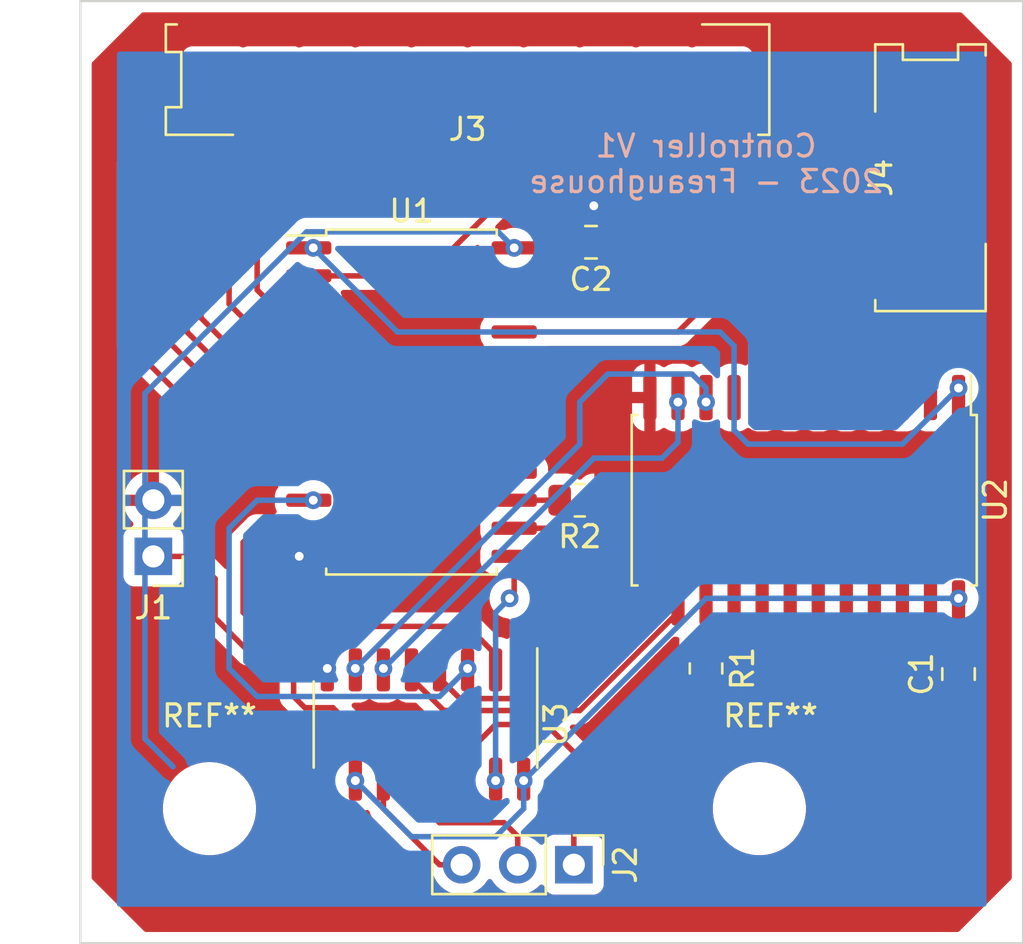
<source format=kicad_pcb>
(kicad_pcb (version 20211014) (generator pcbnew)
  (layers (0 "F.Cu" signal) (31 "B.Cu" signal) (34 "B.Paste" user) (35 "F.Paste" user) (36 "B.SilkS" user "B.Silkscreen") (37 "F.SilkS" user "F.Silkscreen") (38 "B.Mask" user) (39 "F.Mask" user) (44 "Edge.Cuts" user))
  (net 0 "")
  (net 1 "GND")
  (net 2 "5v")
  (net 3 "SER")
  (net 4 "SRCLK")
  (net 5 "RCLK")
  (net 6 "Net-(J3-Pad1)")
  (net 7 "Net-(J3-Pad2)")
  (net 8 "Net-(J3-Pad3)")
  (net 9 "Net-(J3-Pad4)")
  (net 10 "Net-(J3-Pad5)")
  (net 11 "Net-(J3-Pad6)")
  (net 12 "Net-(J3-Pad7)")
  (net 13 "Net-(J3-Pad8)")
  (net 14 "Net-(J3-Pad9)")
  (net 15 "Net-(J3-Pad10)")
  (net 16 "Net-(J4-Pad1)")
  (net 17 "Net-(J4-Pad2)")
  (net 18 "Net-(J4-Pad3)")
  (net 19 "Net-(J4-Pad4)")
  (net 20 "Net-(R1-Pad1)")
  (net 21 "Net-(R2-Pad2)")
  (net 22 "Col0")
  (net 23 "Col1")
  (net 24 "Col3")
  (net 25 "Col2")
  (net 26 "Sig")
  (net 27 "Row0")
  (net 28 "Row1")
  (net 29 "Row3")
  (net 30 "Row2")
  (footprint "Connector_PinHeader_2.54mm:PinHeader_1x03_P2.54mm_Vertical" (layer "F.Cu") (at 153.401 96.52 -90)
    (fp_text reference "J2" (at 0 -2.33 90) (layer "F.SilkS"))
    (fp_text value "Screw_Terminal_01x03" hide)
    (fp_line (start -1.33 -1.33) (end 0 -1.33) (layer "F.SilkS") (width 0.12))
    (fp_line (start 1.33 1.27) (end 1.33 6.41) (layer "F.SilkS") (width 0.12))
    (fp_line (start -1.33 1.27) (end 1.33 1.27) (layer "F.SilkS") (width 0.12))
    (fp_line (start -1.33 1.27) (end -1.33 6.41) (layer "F.SilkS") (width 0.12))
    (fp_line (start -1.33 6.41) (end 1.33 6.41) (layer "F.SilkS") (width 0.12))
    (fp_line (start -1.33 0) (end -1.33 -1.33) (layer "F.SilkS") (width 0.12))
    (pad "1" thru_hole rect (at 0 0 270) (size 1.7 1.7) (drill 1) (layers *.Cu *.Mask) (net 3 "SER"))
    (pad "2" thru_hole oval (at 0 2.54 270) (size 1.7 1.7) (drill 1) (layers *.Cu *.Mask) (net 5 "RCLK"))
    (pad "3" thru_hole oval (at 0 5.08 270) (size 1.7 1.7) (drill 1) (layers *.Cu *.Mask) (net 4 "SRCLK"))
  )
  (footprint "Package_SO:SOIC-24W_7.5x15.4mm_P1.27mm" (layer "F.Cu") (at 146.05 75.565)
    (fp_text reference "U1" (at 0 -8.65) (layer "F.SilkS"))
    (fp_text value "CD74HC4067M")
    (fp_line (start 0 -7.81) (end 3.86 -7.81) (layer "F.SilkS") (width 0.12))
    (fp_line (start -3.86 -7.545) (end -5.675 -7.545) (layer "F.SilkS") (width 0.12))
    (fp_line (start 3.86 -7.81) (end 3.86 -7.545) (layer "F.SilkS") (width 0.12))
    (fp_line (start -3.86 -7.81) (end -3.86 -7.545) (layer "F.SilkS") (width 0.12))
    (fp_line (start -3.86 7.81) (end -3.86 7.545) (layer "F.SilkS") (width 0.12))
    (fp_line (start 0 7.81) (end 3.86 7.81) (layer "F.SilkS") (width 0.12))
    (fp_line (start 0 -7.81) (end -3.86 -7.81) (layer "F.SilkS") (width 0.12))
    (fp_line (start 0 7.81) (end -3.86 7.81) (layer "F.SilkS") (width 0.12))
    (fp_line (start 3.86 7.81) (end 3.86 7.545) (layer "F.SilkS") (width 0.12))
    (pad "1" smd roundrect (at -4.65 -6.985) (size 2.05 0.6) (layers "F.Cu" "F.Paste" "F.Mask") (net 26 "Sig"))
    (pad "2" smd roundrect (at -4.65 -5.715) (size 2.05 0.6) (layers "F.Cu" "F.Paste" "F.Mask") (net 9 "Net-(J3-Pad4)"))
    (pad "3" smd roundrect (at -4.65 -4.445) (size 2.05 0.6) (layers "F.Cu" "F.Paste" "F.Mask") (net 10 "Net-(J3-Pad5)"))
    (pad "4" smd roundrect (at -4.65 -3.175) (size 2.05 0.6) (layers "F.Cu" "F.Paste" "F.Mask") (net 11 "Net-(J3-Pad6)"))
    (pad "5" smd roundrect (at -4.65 -1.905) (size 2.05 0.6) (layers "F.Cu" "F.Paste" "F.Mask") (net 12 "Net-(J3-Pad7)"))
    (pad "6" smd roundrect (at -4.65 -0.635) (size 2.05 0.6) (layers "F.Cu" "F.Paste" "F.Mask") (net 13 "Net-(J3-Pad8)"))
    (pad "7" smd roundrect (at -4.65 0.635) (size 2.05 0.6) (layers "F.Cu" "F.Paste" "F.Mask") (net 14 "Net-(J3-Pad9)"))
    (pad "8" smd roundrect (at -4.65 1.905) (size 2.05 0.6) (layers "F.Cu" "F.Paste" "F.Mask") (net 15 "Net-(J3-Pad10)"))
    (pad "9" smd roundrect (at -4.65 3.175) (size 2.05 0.6) (layers "F.Cu" "F.Paste" "F.Mask"))
    (pad "10" smd roundrect (at -4.65 4.445) (size 2.05 0.6) (layers "F.Cu" "F.Paste" "F.Mask") (net 22 "Col0"))
    (pad "11" smd roundrect (at -4.65 5.715) (size 2.05 0.6) (layers "F.Cu" "F.Paste" "F.Mask") (net 23 "Col1"))
    (pad "12" smd roundrect (at -4.65 6.985) (size 2.05 0.6) (layers "F.Cu" "F.Paste" "F.Mask") (net 1 "GND"))
    (pad "13" smd roundrect (at 4.65 6.985) (size 2.05 0.6) (layers "F.Cu" "F.Paste" "F.Mask") (net 24 "Col3"))
    (pad "14" smd roundrect (at 4.65 5.715) (size 2.05 0.6) (layers "F.Cu" "F.Paste" "F.Mask") (net 25 "Col2"))
    (pad "15" smd roundrect (at 4.65 4.445) (size 2.05 0.6) (layers "F.Cu" "F.Paste" "F.Mask") (net 21 "Net-(R2-Pad2)"))
    (pad "16" smd roundrect (at 4.65 3.175) (size 2.05 0.6) (layers "F.Cu" "F.Paste" "F.Mask"))
    (pad "17" smd roundrect (at 4.65 1.905) (size 2.05 0.6) (layers "F.Cu" "F.Paste" "F.Mask"))
    (pad "18" smd roundrect (at 4.65 0.635) (size 2.05 0.6) (layers "F.Cu" "F.Paste" "F.Mask"))
    (pad "19" smd roundrect (at 4.65 -0.635) (size 2.05 0.6) (layers "F.Cu" "F.Paste" "F.Mask"))
    (pad "20" smd roundrect (at 4.65 -1.905) (size 2.05 0.6) (layers "F.Cu" "F.Paste" "F.Mask"))
    (pad "21" smd roundrect (at 4.65 -3.175) (size 2.05 0.6) (layers "F.Cu" "F.Paste" "F.Mask") (net 6 "Net-(J3-Pad1)"))
    (pad "22" smd roundrect (at 4.65 -4.445) (size 2.05 0.6) (layers "F.Cu" "F.Paste" "F.Mask") (net 7 "Net-(J3-Pad2)"))
    (pad "23" smd roundrect (at 4.65 -5.715) (size 2.05 0.6) (layers "F.Cu" "F.Paste" "F.Mask") (net 8 "Net-(J3-Pad3)"))
    (pad "24" smd roundrect (at 4.65 -6.985) (size 2.05 0.6) (layers "F.Cu" "F.Paste" "F.Mask") (net 2 "5v"))
  )
  (footprint "Jumper:SMD_Pad_1x10" (layer "F.Cu") (at 148.59 60.96 180)
    (fp_text reference "J3" (at 0 -2.25) (layer "F.SilkS"))
    (fp_text value "Conn_01x10_Male" hide)
    (fp_line (start 10.62 -2.5) (end 13.66 -2.5) (layer "F.SilkS") (width 0.12))
    (fp_line (start -13.66 2.5) (end -10.62 2.5) (layer "F.SilkS") (width 0.12))
    (fp_line (start -13.66 -2.5) (end -13.66 2.5) (layer "F.SilkS") (width 0.12))
    (fp_line (start 12.96 -1.25) (end 12.96 1.25) (layer "F.SilkS") (width 0.12))
    (fp_line (start 13.66 1.25) (end 13.66 2.5) (layer "F.SilkS") (width 0.12))
    (fp_line (start 12.96 1.25) (end 13.66 1.25) (layer "F.SilkS") (width 0.12))
    (fp_line (start -13.16 -2.5) (end -13.66 -2.5) (layer "F.SilkS") (width 0.12))
    (fp_line (start 13.66 -1.25) (end 12.96 -1.25) (layer "F.SilkS") (width 0.12))
    (fp_line (start 13.66 -2.5) (end 13.66 -1.25) (layer "F.SilkS") (width 0.12))
    (fp_line (start 13.66 2.5) (end 13.16 2.5) (layer "F.SilkS") (width 0.12))
    (pad "1" smd rect (at -11.43 0 180) (size 2 2) (layers "F.Cu" "F.Paste" "F.Mask") (net 6 "Net-(J3-Pad1)"))
    (pad "2" smd rect (at -8.89 0 180) (size 2 2) (layers "F.Cu" "F.Paste" "F.Mask") (net 7 "Net-(J3-Pad2)"))
    (pad "3" smd rect (at -6.35 0 180) (size 2 2) (layers "F.Cu" "F.Paste" "F.Mask") (net 8 "Net-(J3-Pad3)"))
    (pad "4" smd rect (at -3.81 0 180) (size 2 2) (layers "F.Cu" "F.Paste" "F.Mask") (net 9 "Net-(J3-Pad4)"))
    (pad "5" smd rect (at -1.27 0 180) (size 2 2) (layers "F.Cu" "F.Paste" "F.Mask") (net 10 "Net-(J3-Pad5)"))
    (pad "6" smd rect (at 1.27 0 180) (size 2 2) (layers "F.Cu" "F.Paste" "F.Mask") (net 11 "Net-(J3-Pad6)"))
    (pad "7" smd rect (at 3.81 0 180) (size 2 2) (layers "F.Cu" "F.Paste" "F.Mask") (net 12 "Net-(J3-Pad7)"))
    (pad "8" smd rect (at 6.35 0 180) (size 2 2) (layers "F.Cu" "F.Paste" "F.Mask") (net 13 "Net-(J3-Pad8)"))
    (pad "9" smd rect (at 8.89 0 180) (size 2 2) (layers "F.Cu" "F.Paste" "F.Mask") (net 14 "Net-(J3-Pad9)"))
    (pad "10" smd rect (at 11.43 0 180) (size 2 2) (layers "F.Cu" "F.Paste" "F.Mask") (net 15 "Net-(J3-Pad10)"))
  )
  (footprint "MountingHole:MountingHole_3.2mm_M3" (layer "F.Cu") (at 136.906 93.98)
    (fp_text reference "REF**" (at 0 -4.2) (layer "F.SilkS"))
    (fp_text value "MountingHole_3.2mm_M3")
    (pad "" np_thru_hole circle (at 0 0) (size 3.2 3.2) (drill 3.2) (layers *.Cu *.Mask))
  )
  (footprint "Resistor_SMD:R_0805_2012Metric" (layer "F.Cu") (at 153.67 80.01 180)
    (fp_text reference "R2" (at 0 -1.65 180) (layer "F.SilkS"))
    (fp_text value "10k")
    (fp_line (start -0.227064 0.735) (end 0.227064 0.735) (layer "F.SilkS") (width 0.12))
    (fp_line (start -0.227064 -0.735) (end 0.227064 -0.735) (layer "F.SilkS") (width 0.12))
    (pad "1" smd roundrect (at -0.9125 0 180) (size 1.025 1.4) (layers "F.Cu" "F.Paste" "F.Mask") (roundrect_rratio 0.243902439) (net 1 "GND"))
    (pad "2" smd roundrect (at 0.9125 0 180) (size 1.025 1.4) (layers "F.Cu" "F.Paste" "F.Mask") (roundrect_rratio 0.243902439) (net 21 "Net-(R2-Pad2)"))
  )
  (footprint "Jumper:SMD_Pad_1x4" (layer "F.Cu") (at 169.545 65.405 90)
    (fp_text reference "J4" (at 0 -2.25 90) (layer "F.SilkS"))
    (fp_text value "Conn_01x04_Male" hide)
    (fp_line (start 6.04 1.25) (end 6.04 2.5) (layer "F.SilkS") (width 0.12))
    (fp_line (start -5.54 -2.5) (end -6.04 -2.5) (layer "F.SilkS") (width 0.12))
    (fp_line (start 6.04 -2.5) (end 6.04 -1.25) (layer "F.SilkS") (width 0.12))
    (fp_line (start 3 -2.5) (end 6.04 -2.5) (layer "F.SilkS") (width 0.12))
    (fp_line (start 6.04 2.5) (end 5.54 2.5) (layer "F.SilkS") (width 0.12))
    (fp_line (start -6.04 -2.5) (end -6.04 2.5) (layer "F.SilkS") (width 0.12))
    (fp_line (start 5.34 -1.25) (end 5.34 1.25) (layer "F.SilkS") (width 0.12))
    (fp_line (start 5.34 1.25) (end 6.04 1.25) (layer "F.SilkS") (width 0.12))
    (fp_line (start 6.04 -1.25) (end 5.34 -1.25) (layer "F.SilkS") (width 0.12))
    (fp_line (start -6.04 2.5) (end -3 2.5) (layer "F.SilkS") (width 0.12))
    (pad "1" smd rect (at -3.81 0 90) (size 2 2) (layers "F.Cu" "F.Paste" "F.Mask") (net 16 "Net-(J4-Pad1)"))
    (pad "2" smd rect (at -1.27 0 90) (size 2 2) (layers "F.Cu" "F.Paste" "F.Mask") (net 17 "Net-(J4-Pad2)"))
    (pad "3" smd rect (at 1.27 0 90) (size 2 2) (layers "F.Cu" "F.Paste" "F.Mask") (net 18 "Net-(J4-Pad3)"))
    (pad "4" smd rect (at 3.81 0 90) (size 2 2) (layers "F.Cu" "F.Paste" "F.Mask") (net 19 "Net-(J4-Pad4)"))
  )
  (footprint "Capacitor_SMD:C_0805_2012Metric" (layer "F.Cu") (at 170.815 87.884 90)
    (fp_text reference "C1" (at 0 -1.68 90) (layer "F.SilkS"))
    (fp_text value "0.1uf")
    (fp_line (start -0.261252 0.735) (end 0.261252 0.735) (layer "F.SilkS") (width 0.12))
    (fp_line (start -0.261252 -0.735) (end 0.261252 -0.735) (layer "F.SilkS") (width 0.12))
    (pad "1" smd roundrect (at -0.95 0 90) (size 1 1.45) (layers "F.Cu" "F.Paste" "F.Mask") (net 1 "GND"))
    (pad "2" smd roundrect (at 0.95 0 90) (size 1 1.45) (layers "F.Cu" "F.Paste" "F.Mask") (net 2 "5v"))
  )
  (footprint "Capacitor_SMD:C_0805_2012Metric" (layer "F.Cu") (at 154.178 68.326 180)
    (fp_text reference "C2" (at 0 -1.68 180) (layer "F.SilkS"))
    (fp_text value "0.1uf")
    (fp_line (start -0.261252 -0.735) (end 0.261252 -0.735) (layer "F.SilkS") (width 0.12))
    (fp_line (start -0.261252 0.735) (end 0.261252 0.735) (layer "F.SilkS") (width 0.12))
    (pad "1" smd roundrect (at -0.95 0 180) (size 1 1.45) (layers "F.Cu" "F.Paste" "F.Mask") (net 1 "GND"))
    (pad "2" smd roundrect (at 0.95 0 180) (size 1 1.45) (layers "F.Cu" "F.Paste" "F.Mask") (net 2 "5v"))
  )
  (footprint "Package_SO:SOIC-16_3.9x9.9mm_P1.27mm" (layer "F.Cu") (at 146.685 90.17 -90)
    (fp_text reference "U3" (at 0 -5.9 90) (layer "F.SilkS"))
    (fp_text value "74HC595")
    (fp_line (start 0 -5.06) (end -3.45 -5.06) (layer "F.SilkS") (width 0.12))
    (fp_line (start 0 5.06) (end -1.95 5.06) (layer "F.SilkS") (width 0.12))
    (fp_line (start 0 -5.06) (end 1.95 -5.06) (layer "F.SilkS") (width 0.12))
    (fp_line (start 0 5.06) (end 1.95 5.06) (layer "F.SilkS") (width 0.12))
    (pad "1" smd roundrect (at -2.475 -4.445 270) (size 1.95 0.6) (layers "F.Cu" "F.Paste" "F.Mask") (net 25 "Col2"))
    (pad "2" smd roundrect (at -2.475 -3.175 270) (size 1.95 0.6) (layers "F.Cu" "F.Paste" "F.Mask") (net 23 "Col1"))
    (pad "3" smd roundrect (at -2.475 -1.905 270) (size 1.95 0.6) (layers "F.Cu" "F.Paste" "F.Mask") (net 22 "Col0"))
    (pad "4" smd roundrect (at -2.475 -0.635 270) (size 1.95 0.6) (layers "F.Cu" "F.Paste" "F.Mask") (net 29 "Row3"))
    (pad "5" smd roundrect (at -2.475 0.635 270) (size 1.95 0.6) (layers "F.Cu" "F.Paste" "F.Mask") (net 30 "Row2"))
    (pad "6" smd roundrect (at -2.475 1.905 270) (size 1.95 0.6) (layers "F.Cu" "F.Paste" "F.Mask") (net 28 "Row1"))
    (pad "7" smd roundrect (at -2.475 3.175 270) (size 1.95 0.6) (layers "F.Cu" "F.Paste" "F.Mask") (net 27 "Row0"))
    (pad "8" smd roundrect (at -2.475 4.445 270) (size 1.95 0.6) (layers "F.Cu" "F.Paste" "F.Mask") (net 1 "GND"))
    (pad "9" smd roundrect (at 2.475 4.445 270) (size 1.95 0.6) (layers "F.Cu" "F.Paste" "F.Mask"))
    (pad "10" smd roundrect (at 2.475 3.175 270) (size 1.95 0.6) (layers "F.Cu" "F.Paste" "F.Mask") (net 2 "5v"))
    (pad "11" smd roundrect (at 2.475 1.905 270) (size 1.95 0.6) (layers "F.Cu" "F.Paste" "F.Mask") (net 4 "SRCLK"))
    (pad "12" smd roundrect (at 2.475 0.635 270) (size 1.95 0.6) (layers "F.Cu" "F.Paste" "F.Mask") (net 5 "RCLK"))
    (pad "13" smd roundrect (at 2.475 -0.635 270) (size 1.95 0.6) (layers "F.Cu" "F.Paste" "F.Mask") (net 1 "GND"))
    (pad "14" smd roundrect (at 2.475 -1.905 270) (size 1.95 0.6) (layers "F.Cu" "F.Paste" "F.Mask") (net 3 "SER"))
    (pad "15" smd roundrect (at 2.475 -3.175 270) (size 1.95 0.6) (layers "F.Cu" "F.Paste" "F.Mask") (net 24 "Col3"))
    (pad "16" smd roundrect (at 2.475 -4.445 270) (size 1.95 0.6) (layers "F.Cu" "F.Paste" "F.Mask") (net 2 "5v"))
  )
  (footprint "Resistor_SMD:R_0805_2012Metric" (layer "F.Cu") (at 159.385 87.63 -90)
    (fp_text reference "R1" (at 0 -1.65 -90) (layer "F.SilkS"))
    (fp_text value "10k")
    (fp_line (start -0.227064 -0.735) (end 0.227064 -0.735) (layer "F.SilkS") (width 0.12))
    (fp_line (start -0.227064 0.735) (end 0.227064 0.735) (layer "F.SilkS") (width 0.12))
    (pad "1" smd roundrect (at -0.9125 0 270) (size 1.025 1.4) (layers "F.Cu" "F.Paste" "F.Mask") (roundrect_rratio 0.243902439) (net 20 "Net-(R1-Pad1)"))
    (pad "2" smd roundrect (at 0.9125 0 270) (size 1.025 1.4) (layers "F.Cu" "F.Paste" "F.Mask") (roundrect_rratio 0.243902439) (net 1 "GND"))
  )
  (footprint "MountingHole:MountingHole_3.2mm_M3" (layer "F.Cu") (at 162.306 93.98)
    (fp_text reference "REF**" (at 0 -4.2) (layer "F.SilkS"))
    (fp_text value "MountingHole_3.2mm_M3")
    (pad "" np_thru_hole circle (at 0 0) (size 3.2 3.2) (drill 3.2) (layers F&B.Cu *.Mask))
  )
  (footprint "Connector_PinHeader_2.54mm:PinHeader_1x02_P2.54mm_Vertical" (layer "F.Cu") (at 134.366 82.555 180)
    (fp_text reference "J1" (at 0 -2.33) (layer "F.SilkS"))
    (fp_text value "Screw_Terminal_01x02" hide)
    (fp_line (start 1.33 1.27) (end 1.33 3.87) (layer "F.SilkS") (width 0.12))
    (fp_line (start -1.33 0) (end -1.33 -1.33) (layer "F.SilkS") (width 0.12))
    (fp_line (start -1.33 1.27) (end 1.33 1.27) (layer "F.SilkS") (width 0.12))
    (fp_line (start -1.33 -1.33) (end 0 -1.33) (layer "F.SilkS") (width 0.12))
    (fp_line (start -1.33 1.27) (end -1.33 3.87) (layer "F.SilkS") (width 0.12))
    (fp_line (start -1.33 3.87) (end 1.33 3.87) (layer "F.SilkS") (width 0.12))
    (pad "1" thru_hole rect (at 0 0 180) (size 1.7 1.7) (drill 1) (layers *.Cu *.Mask) (net 2 "5v"))
    (pad "2" thru_hole oval (at 0 2.54 180) (size 1.7 1.7) (drill 1) (layers *.Cu *.Mask) (net 1 "GND"))
  )
  (footprint "Package_SO:SOIC-24W_7.5x15.4mm_P1.27mm" (layer "F.Cu") (at 163.83 80.01 -90)
    (fp_text reference "U2" (at 0 -8.65 90) (layer "F.SilkS"))
    (fp_text value "CD74HC4067M")
    (fp_line (start -3.86 -7.81) (end -3.86 -7.545) (layer "F.SilkS") (width 0.12))
    (fp_line (start -3.86 7.81) (end -3.86 7.545) (layer "F.SilkS") (width 0.12))
    (fp_line (start -3.86 -7.545) (end -5.675 -7.545) (layer "F.SilkS") (width 0.12))
    (fp_line (start 0 7.81) (end 3.86 7.81) (layer "F.SilkS") (width 0.12))
    (fp_line (start 3.86 7.81) (end 3.86 7.545) (layer "F.SilkS") (width 0.12))
    (fp_line (start 3.86 -7.81) (end 3.86 -7.545) (layer "F.SilkS") (width 0.12))
    (fp_line (start 0 7.81) (end -3.86 7.81) (layer "F.SilkS") (width 0.12))
    (fp_line (start 0 -7.81) (end 3.86 -7.81) (layer "F.SilkS") (width 0.12))
    (fp_line (start 0 -7.81) (end -3.86 -7.81) (layer "F.SilkS") (width 0.12))
    (pad "1" smd roundrect (at -4.65 -6.985 270) (size 2.05 0.6) (layers "F.Cu" "F.Paste" "F.Mask") (net 26 "Sig"))
    (pad "2" smd roundrect (at -4.65 -5.715 270) (size 2.05 0.6) (layers "F.Cu" "F.Paste" "F.Mask"))
    (pad "3" smd roundrect (at -4.65 -4.445 270) (size 2.05 0.6) (layers "F.Cu" "F.Paste" "F.Mask"))
    (pad "4" smd roundrect (at -4.65 -3.175 270) (size 2.05 0.6) (layers "F.Cu" "F.Paste" "F.Mask"))
    (pad "5" smd roundrect (at -4.65 -1.905 270) (size 2.05 0.6) (layers "F.Cu" "F.Paste" "F.Mask") (net 16 "Net-(J4-Pad1)"))
    (pad "6" smd roundrect (at -4.65 -0.635 270) (size 2.05 0.6) (layers "F.Cu" "F.Paste" "F.Mask") (net 17 "Net-(J4-Pad2)"))
    (pad "7" smd roundrect (at -4.65 0.635 270) (size 2.05 0.6) (layers "F.Cu" "F.Paste" "F.Mask") (net 18 "Net-(J4-Pad3)"))
    (pad "8" smd roundrect (at -4.65 1.905 270) (size 2.05 0.6) (layers "F.Cu" "F.Paste" "F.Mask") (net 19 "Net-(J4-Pad4)"))
    (pad "9" smd roundrect (at -4.65 3.175 270) (size 2.05 0.6) (layers "F.Cu" "F.Paste" "F.Mask"))
    (pad "10" smd roundrect (at -4.65 4.445 270) (size 2.05 0.6) (layers "F.Cu" "F.Paste" "F.Mask") (net 27 "Row0"))
    (pad "11" smd roundrect (at -4.65 5.715 270) (size 2.05 0.6) (layers "F.Cu" "F.Paste" "F.Mask") (net 28 "Row1"))
    (pad "12" smd roundrect (at -4.65 6.985 270) (size 2.05 0.6) (layers "F.Cu" "F.Paste" "F.Mask") (net 1 "GND"))
    (pad "13" smd roundrect (at 4.65 6.985 270) (size 2.05 0.6) (layers "F.Cu" "F.Paste" "F.Mask") (net 29 "Row3"))
    (pad "14" smd roundrect (at 4.65 5.715 270) (size 2.05 0.6) (layers "F.Cu" "F.Paste" "F.Mask") (net 30 "Row2"))
    (pad "15" smd roundrect (at 4.65 4.445 270) (size 2.05 0.6) (layers "F.Cu" "F.Paste" "F.Mask") (net 20 "Net-(R1-Pad1)"))
    (pad "16" smd roundrect (at 4.65 3.175 270) (size 2.05 0.6) (layers "F.Cu" "F.Paste" "F.Mask"))
    (pad "17" smd roundrect (at 4.65 1.905 270) (size 2.05 0.6) (layers "F.Cu" "F.Paste" "F.Mask"))
    (pad "18" smd roundrect (at 4.65 0.635 270) (size 2.05 0.6) (layers "F.Cu" "F.Paste" "F.Mask"))
    (pad "19" smd roundrect (at 4.65 -0.635 270) (size 2.05 0.6) (layers "F.Cu" "F.Paste" "F.Mask"))
    (pad "20" smd roundrect (at 4.65 -1.905 270) (size 2.05 0.6) (layers "F.Cu" "F.Paste" "F.Mask"))
    (pad "21" smd roundrect (at 4.65 -3.175 270) (size 2.05 0.6) (layers "F.Cu" "F.Paste" "F.Mask"))
    (pad "22" smd roundrect (at 4.65 -4.445 270) (size 2.05 0.6) (layers "F.Cu" "F.Paste" "F.Mask"))
    (pad "23" smd roundrect (at 4.65 -5.715 270) (size 2.05 0.6) (layers "F.Cu" "F.Paste" "F.Mask"))
    (pad "24" smd roundrect (at 4.65 -6.985 270) (size 2.05 0.6) (layers "F.Cu" "F.Paste" "F.Mask") (net 2 "5v"))
  )
  (gr_rect (start 131.064 57.404) (end 173.736 100.076) (layer "Edge.Cuts") (width 0.1) (fill none))
  (gr_text "Controller V1\n2023 - Freaughouse" (at 159.385 64.77) (layer "B.SilkS") (effects (font (size 1 1)) (justify mirror)))
  (via (at 154.305 66.675) (size 0.8) (drill 0.4) (layers "F.Cu" "B.Cu") (net 1))
  (via (at 140.97 82.55) (size 0.8) (drill 0.4) (layers "F.Cu" "B.Cu") (net 1))
  (via (at 142.24 87.63) (size 0.8) (drill 0.4) (layers "F.Cu" "B.Cu") (net 1))
  (segment (start 140.716 88.9) (end 140.716 87.376) (width 0.25) (layer "F.Cu") (net 2))
  (segment (start 141.224 89.408) (end 140.716 88.9) (width 0.25) (layer "F.Cu") (net 2))
  (segment (start 152.974 68.58) (end 153.228 68.326) (width 0.25) (layer "F.Cu") (net 2))
  (segment (start 138.684 86.868) (end 137.16 85.344) (width 0.25) (layer "F.Cu") (net 2))
  (segment (start 143.51 90.424) (end 142.494 89.408) (width 0.25) (layer "F.Cu") (net 2))
  (segment (start 170.815 86.675) (end 170.815 84.66) (width 0.25) (layer "F.Cu") (net 2))
  (segment (start 136.149 82.555) (end 134.366 82.555) (width 0.25) (layer "F.Cu") (net 2))
  (segment (start 137.16 83.566) (end 136.149 82.555) (width 0.25) (layer "F.Cu") (net 2))
  (segment (start 140.716 87.376) (end 140.208 86.868) (width 0.25) (layer "F.Cu") (net 2))
  (segment (start 142.494 89.408) (end 141.224 89.408) (width 0.25) (layer "F.Cu") (net 2))
  (segment (start 143.51 92.645) (end 143.51 90.424) (width 0.25) (layer "F.Cu") (net 2))
  (segment (start 140.208 86.868) (end 138.684 86.868) (width 0.25) (layer "F.Cu") (net 2))
  (segment (start 150.7 68.58) (end 152.974 68.58) (width 0.25) (layer "F.Cu") (net 2))
  (segment (start 143.51 92.645) (end 143.51 92.71) (width 0.25) (layer "F.Cu") (net 2))
  (segment (start 137.16 85.344) (end 137.16 83.566) (width 0.25) (layer "F.Cu") (net 2))
  (via (at 170.815 84.455) (size 0.8) (drill 0.4) (layers "F.Cu" "B.Cu") (net 2))
  (via (at 151.13 92.71) (size 0.8) (drill 0.4) (layers "F.Cu" "B.Cu") (net 2))
  (via (at 143.51 92.71) (size 0.8) (drill 0.4) (layers "F.Cu" "B.Cu") (net 2))
  (via (at 150.7 68.58) (size 0.8) (drill 0.4) (layers "F.Cu" "B.Cu") (net 2))
  (segment (start 159.385 84.455) (end 151.13 92.71) (width 0.25) (layer "B.Cu") (net 2))
  (segment (start 149.86 95.25) (end 151.13 93.98) (width 0.25) (layer "B.Cu") (net 2))
  (segment (start 170.815 84.455) (end 159.385 84.455) (width 0.25) (layer "B.Cu") (net 2))
  (segment (start 143.51 92.71) (end 146.05 95.25) (width 0.25) (layer "B.Cu") (net 2))
  (segment (start 133.985 75.174695) (end 133.985 90.81) (width 0.25) (layer "B.Cu") (net 2))
  (segment (start 146.05 95.25) (end 149.86 95.25) (width 0.25) (layer "B.Cu") (net 2))
  (segment (start 133.985 90.81) (end 135.255 92.08) (width 0.25) (layer "B.Cu") (net 2))
  (segment (start 151.13 93.98) (end 151.13 92.71) (width 0.25) (layer "B.Cu") (net 2))
  (segment (start 141.304695 67.855) (end 133.985 75.174695) (width 0.25) (layer "B.Cu") (net 2))
  (segment (start 149.975 67.855) (end 141.304695 67.855) (width 0.25) (layer "B.Cu") (net 2))
  (segment (start 150.7 68.58) (end 149.975 67.855) (width 0.25) (layer "B.Cu") (net 2))
  (segment (start 148.59 91.44) (end 148.59 92.645) (width 0.25) (layer "F.Cu") (net 3))
  (segment (start 149.86 90.17) (end 148.59 91.44) (width 0.25) (layer "F.Cu") (net 3))
  (segment (start 152.146 90.17) (end 149.86 90.17) (width 0.25) (layer "F.Cu") (net 3))
  (segment (start 153.401 96.52) (end 153.401 91.425) (width 0.25) (layer "F.Cu") (net 3))
  (segment (start 153.401 91.425) (end 152.146 90.17) (width 0.25) (layer "F.Cu") (net 3))
  (segment (start 147.32 96.52) (end 144.78 93.98) (width 0.25) (layer "F.Cu") (net 4))
  (segment (start 144.78 93.98) (end 144.78 92.645) (width 0.25) (layer "F.Cu") (net 4))
  (segment (start 148.321 96.52) (end 147.32 96.52) (width 0.25) (layer "F.Cu") (net 4))
  (segment (start 147.32 94.615) (end 146.05 93.345) (width 0.25) (layer "F.Cu") (net 5))
  (segment (start 150.861 95.235) (end 150.241 94.615) (width 0.25) (layer "F.Cu") (net 5))
  (segment (start 150.241 94.615) (end 147.32 94.615) (width 0.25) (layer "F.Cu") (net 5))
  (segment (start 150.861 96.52) (end 150.861 95.235) (width 0.25) (layer "F.Cu") (net 5))
  (segment (start 146.05 93.345) (end 146.05 92.645) (width 0.25) (layer "F.Cu") (net 5))
  (segment (start 160.02 70.485) (end 160.02 60.96) (width 0.25) (layer "F.Cu") (net 6))
  (segment (start 150.7 72.39) (end 158.115 72.39) (width 0.25) (layer "F.Cu") (net 6))
  (segment (start 158.115 72.39) (end 160.02 70.485) (width 0.25) (layer "F.Cu") (net 6))
  (segment (start 157.48 62.23) (end 157.48 60.96) (width 0.25) (layer "F.Cu") (net 7))
  (segment (start 157.48 71.12) (end 158.75 69.85) (width 0.25) (layer "F.Cu") (net 7))
  (segment (start 158.75 63.5) (end 157.48 62.23) (width 0.25) (layer "F.Cu") (net 7))
  (segment (start 150.7 71.12) (end 157.48 71.12) (width 0.25) (layer "F.Cu") (net 7))
  (segment (start 158.75 69.85) (end 158.75 63.5) (width 0.25) (layer "F.Cu") (net 7))
  (segment (start 156.21 69.85) (end 156.845 69.215) (width 0.25) (layer "F.Cu") (net 8))
  (segment (start 156.845 64.135) (end 154.94 62.23) (width 0.25) (layer "F.Cu") (net 8))
  (segment (start 154.94 62.23) (end 154.94 60.96) (width 0.25) (layer "F.Cu") (net 8))
  (segment (start 150.7 69.85) (end 156.21 69.85) (width 0.25) (layer "F.Cu") (net 8))
  (segment (start 156.845 69.215) (end 156.845 64.135) (width 0.25) (layer "F.Cu") (net 8))
  (segment (start 141.4 69.85) (end 146.685 69.85) (width 0.25) (layer "F.Cu") (net 9))
  (segment (start 152.4 64.135) (end 152.4 60.96) (width 0.25) (layer "F.Cu") (net 9))
  (segment (start 146.685 69.85) (end 152.4 64.135) (width 0.25) (layer "F.Cu") (net 9))
  (segment (start 139.065 70.485) (end 139.065 67.31) (width 0.25) (layer "F.Cu") (net 10))
  (segment (start 141.4 71.12) (end 139.7 71.12) (width 0.25) (layer "F.Cu") (net 10))
  (segment (start 139.7 66.675) (end 147.955 66.675) (width 0.25) (layer "F.Cu") (net 10))
  (segment (start 139.065 67.31) (end 139.7 66.675) (width 0.25) (layer "F.Cu") (net 10))
  (segment (start 147.955 66.675) (end 149.86 64.77) (width 0.25) (layer "F.Cu") (net 10))
  (segment (start 149.86 64.77) (end 149.86 60.96) (width 0.25) (layer "F.Cu") (net 10))
  (segment (start 139.7 71.12) (end 139.065 70.485) (width 0.25) (layer "F.Cu") (net 10))
  (segment (start 139.065 72.39) (end 137.795 71.12) (width 0.25) (layer "F.Cu") (net 11))
  (segment (start 139.065 65.405) (end 146.685 65.405) (width 0.25) (layer "F.Cu") (net 11))
  (segment (start 146.685 65.405) (end 147.32 64.77) (width 0.25) (layer "F.Cu") (net 11))
  (segment (start 147.32 64.77) (end 147.32 60.96) (width 0.25) (layer "F.Cu") (net 11))
  (segment (start 137.795 71.12) (end 137.795 66.675) (width 0.25) (layer "F.Cu") (net 11))
  (segment (start 141.4 72.39) (end 139.065 72.39) (width 0.25) (layer "F.Cu") (net 11))
  (segment (start 137.795 66.675) (end 139.065 65.405) (width 0.25) (layer "F.Cu") (net 11))
  (segment (start 141.4 73.66) (end 138.43 73.66) (width 0.25) (layer "F.Cu") (net 12))
  (segment (start 144.78 64.135) (end 145.415 63.5) (width 0.25) (layer "F.Cu") (net 12))
  (segment (start 145.415 63.5) (end 145.415 61.595) (width 0.25) (layer "F.Cu") (net 12))
  (segment (start 136.525 66.04) (end 138.43 64.135) (width 0.25) (layer "F.Cu") (net 12))
  (segment (start 145.415 61.595) (end 144.78 60.96) (width 0.25) (layer "F.Cu") (net 12))
  (segment (start 138.43 64.135) (end 144.78 64.135) (width 0.25) (layer "F.Cu") (net 12))
  (segment (start 138.43 73.66) (end 136.525 71.755) (width 0.25) (layer "F.Cu") (net 12))
  (segment (start 136.525 71.755) (end 136.525 66.04) (width 0.25) (layer "F.Cu") (net 12))
  (segment (start 135.89 72.39) (end 135.89 65.405) (width 0.25) (layer "F.Cu") (net 13))
  (segment (start 141.4 74.93) (end 138.43 74.93) (width 0.25) (layer "F.Cu") (net 13))
  (segment (start 135.89 65.405) (end 137.795 63.5) (width 0.25) (layer "F.Cu") (net 13))
  (segment (start 138.43 74.93) (end 135.89 72.39) (width 0.25) (layer "F.Cu") (net 13))
  (segment (start 143.51 62.23) (end 142.24 60.96) (width 0.25) (layer "F.Cu") (net 13))
  (segment (start 137.795 63.5) (end 142.875 63.5) (width 0.25) (layer "F.Cu") (net 13))
  (segment (start 143.51 62.865) (end 143.51 62.23) (width 0.25) (layer "F.Cu") (net 13))
  (segment (start 142.875 63.5) (end 143.51 62.865) (width 0.25) (layer "F.Cu") (net 13))
  (segment (start 137.74 62.285) (end 138.375 62.285) (width 0.25) (layer "F.Cu") (net 14))
  (segment (start 134.62 65.405) (end 137.74 62.285) (width 0.25) (layer "F.Cu") (net 14))
  (segment (start 141.4 76.2) (end 138.43 76.2) (width 0.25) (layer "F.Cu") (net 14))
  (segment (start 134.62 72.39) (end 134.62 65.405) (width 0.25) (layer "F.Cu") (net 14))
  (segment (start 138.43 76.2) (end 134.62 72.39) (width 0.25) (layer "F.Cu") (net 14))
  (segment (start 138.375 62.285) (end 139.7 60.96) (width 0.25) (layer "F.Cu") (net 14))
  (segment (start 141.4 77.47) (end 137.795 77.47) (width 0.25) (layer "F.Cu") (net 15))
  (segment (start 133.35 64.77) (end 137.16 60.96) (width 0.25) (layer "F.Cu") (net 15))
  (segment (start 137.795 77.47) (end 133.35 73.025) (width 0.25) (layer "F.Cu") (net 15))
  (segment (start 133.35 73.025) (end 133.35 64.77) (width 0.25) (layer "F.Cu") (net 15))
  (segment (start 165.735 75.36) (end 165.735 70.485) (width 0.25) (layer "F.Cu") (net 16))
  (segment (start 165.735 70.485) (end 167.005 69.215) (width 0.25) (layer "F.Cu") (net 16))
  (segment (start 167.005 69.215) (end 169.545 69.215) (width 0.25) (layer "F.Cu") (net 16))
  (segment (start 166.37 66.675) (end 169.545 66.675) (width 0.25) (layer "F.Cu") (net 17))
  (segment (start 164.465 68.58) (end 166.37 66.675) (width 0.25) (layer "F.Cu") (net 17))
  (segment (start 164.465 75.36) (end 164.465 68.58) (width 0.25) (layer "F.Cu") (net 17))
  (segment (start 164.465 64.135) (end 163.195 65.405) (width 0.25) (layer "F.Cu") (net 18))
  (segment (start 163.195 65.405) (end 163.195 75.36) (width 0.25) (layer "F.Cu") (net 18))
  (segment (start 169.545 64.135) (end 164.465 64.135) (width 0.25) (layer "F.Cu") (net 18))
  (segment (start 161.925 75.36) (end 161.925 64.135) (width 0.25) (layer "F.Cu") (net 19))
  (segment (start 164.465 61.595) (end 169.545 61.595) (width 0.25) (layer "F.Cu") (net 19))
  (segment (start 161.925 64.135) (end 164.465 61.595) (width 0.25) (layer "F.Cu") (net 19))
  (segment (start 159.385 84.66) (end 159.385 86.805) (width 0.25) (layer "F.Cu") (net 20))
  (segment (start 150.7 80.01) (end 152.845 80.01) (width 0.25) (layer "F.Cu") (net 21))
  (via (at 148.59 87.63) (size 0.8) (drill 0.4) (layers "F.Cu" "B.Cu") (net 22))
  (via (at 141.605 80.01) (size 0.8) (drill 0.4) (layers "F.Cu" "B.Cu") (net 22))
  (segment (start 140.97 80.01) (end 141.605 80.01) (width 0.25) (layer "B.Cu") (net 22))
  (segment (start 147.32 88.9) (end 139.065 88.9) (width 0.25) (layer "B.Cu") (net 22))
  (segment (start 137.795 81.28) (end 139.065 80.01) (width 0.25) (layer "B.Cu") (net 22))
  (segment (start 139.065 88.9) (end 137.795 87.63) (width 0.25) (layer "B.Cu") (net 22))
  (segment (start 139.065 80.01) (end 140.97 80.01) (width 0.25) (layer "B.Cu") (net 22))
  (segment (start 137.795 87.63) (end 137.795 81.28) (width 0.25) (layer "B.Cu") (net 22))
  (segment (start 148.59 87.63) (end 147.32 88.9) (width 0.25) (layer "B.Cu") (net 22))
  (segment (start 138.43 81.915) (end 139.065 81.28) (width 0.25) (layer "F.Cu") (net 23))
  (segment (start 139.065 81.28) (end 141.4 81.28) (width 0.25) (layer "F.Cu") (net 23))
  (segment (start 139.065 85.725) (end 138.43 85.09) (width 0.25) (layer "F.Cu") (net 23))
  (segment (start 138.43 85.09) (end 138.43 81.915) (width 0.25) (layer "F.Cu") (net 23))
  (segment (start 148.59 85.725) (end 139.065 85.725) (width 0.25) (layer "F.Cu") (net 23))
  (segment (start 149.86 87.695) (end 149.86 86.995) (width 0.25) (layer "F.Cu") (net 23))
  (segment (start 149.86 86.995) (end 148.59 85.725) (width 0.25) (layer "F.Cu") (net 23))
  (segment (start 150.7 84.25) (end 150.495 84.455) (width 0.25) (layer "F.Cu") (net 24))
  (segment (start 150.7 82.55) (end 150.7 84.25) (width 0.25) (layer "F.Cu") (net 24))
  (via (at 150.495 84.455) (size 0.8) (drill 0.4) (layers "F.Cu" "B.Cu") (net 24))
  (via (at 149.86 92.71) (size 0.8) (drill 0.4) (layers "F.Cu" "B.Cu") (net 24))
  (segment (start 149.86 85.09) (end 150.495 84.455) (width 0.25) (layer "B.Cu") (net 24))
  (segment (start 149.86 92.71) (end 149.86 85.09) (width 0.25) (layer "B.Cu") (net 24))
  (segment (start 152.4 81.28) (end 150.7 81.28) (width 0.25) (layer "F.Cu") (net 25))
  (segment (start 151.13 85.725) (end 153.035 83.82) (width 0.25) (layer "F.Cu") (net 25))
  (segment (start 153.035 81.915) (end 152.4 81.28) (width 0.25) (layer "F.Cu") (net 25))
  (segment (start 153.035 83.82) (end 153.035 81.915) (width 0.25) (layer "F.Cu") (net 25))
  (segment (start 151.13 87.695) (end 151.13 85.725) (width 0.25) (layer "F.Cu") (net 25))
  (via (at 141.605 68.58) (size 0.8) (drill 0.4) (layers "F.Cu" "B.Cu") (net 26))
  (via (at 170.815 74.93) (size 0.8) (drill 0.4) (layers "F.Cu" "B.Cu") (net 26))
  (segment (start 168.275 77.47) (end 161.29 77.47) (width 0.25) (layer "B.Cu") (net 26))
  (segment (start 160.02 72.39) (end 145.415 72.39) (width 0.25) (layer "B.Cu") (net 26))
  (segment (start 160.655 73.025) (end 160.02 72.39) (width 0.25) (layer "B.Cu") (net 26))
  (segment (start 145.415 72.39) (end 141.605 68.58) (width 0.25) (layer "B.Cu") (net 26))
  (segment (start 170.815 74.93) (end 168.275 77.47) (width 0.25) (layer "B.Cu") (net 26))
  (segment (start 160.655 76.835) (end 160.655 73.025) (width 0.25) (layer "B.Cu") (net 26))
  (segment (start 161.29 77.47) (end 160.655 76.835) (width 0.25) (layer "B.Cu") (net 26))
  (via (at 159.385 75.565) (size 0.8) (drill 0.4) (layers "F.Cu" "B.Cu") (net 27))
  (via (at 143.51 87.63) (size 0.8) (drill 0.4) (layers "F.Cu" "B.Cu") (net 27))
  (segment (start 155.575 74.295) (end 158.75 74.295) (width 0.25) (layer "B.Cu") (net 27))
  (segment (start 158.75 74.295) (end 159.385 74.93) (width 0.25) (layer "B.Cu") (net 27))
  (segment (start 153.67 75.565) (end 154.94 74.295) (width 0.25) (layer "B.Cu") (net 27))
  (segment (start 143.51 87.63) (end 153.67 77.47) (width 0.25) (layer "B.Cu") (net 27))
  (segment (start 153.67 77.47) (end 153.67 75.565) (width 0.25) (layer "B.Cu") (net 27))
  (segment (start 154.94 74.295) (end 155.575 74.295) (width 0.25) (layer "B.Cu") (net 27))
  (segment (start 159.385 74.93) (end 159.385 75.565) (width 0.25) (layer "B.Cu") (net 27))
  (via (at 158.115 75.565) (size 0.8) (drill 0.4) (layers "F.Cu" "B.Cu") (net 28))
  (via (at 144.78 87.63) (size 0.8) (drill 0.4) (layers "F.Cu" "B.Cu") (net 28))
  (segment (start 154.305 78.105) (end 157.39 78.105) (width 0.25) (layer "B.Cu") (net 28))
  (segment (start 157.39 78.105) (end 158.115 77.38) (width 0.25) (layer "B.Cu") (net 28))
  (segment (start 158.115 77.38) (end 158.115 75.565) (width 0.25) (layer "B.Cu") (net 28))
  (segment (start 144.78 87.63) (end 154.305 78.105) (width 0.25) (layer "B.Cu") (net 28))
  (segment (start 147.32 88.071751) (end 148.243249 88.995) (width 0.25) (layer "F.Cu") (net 29))
  (segment (start 148.243249 88.995) (end 152.51 88.995) (width 0.25) (layer "F.Cu") (net 29))
  (segment (start 147.32 87.695) (end 147.32 88.071751) (width 0.25) (layer "F.Cu") (net 29))
  (segment (start 152.51 88.995) (end 156.845 84.66) (width 0.25) (layer "F.Cu") (net 29))
  (segment (start 146.05 87.695) (end 146.05 88.071751) (width 0.25) (layer "F.Cu") (net 30))
  (segment (start 147.513249 89.535) (end 153.67 89.535) (width 0.25) (layer "F.Cu") (net 30))
  (segment (start 153.67 89.535) (end 158.115 85.09) (width 0.25) (layer "F.Cu") (net 30))
  (segment (start 146.05 88.071751) (end 147.513249 89.535) (width 0.25) (layer "F.Cu") (net 30))
  (zone (net 1) (net_name "GND") (layer "F.Cu") (connect_pads (clearance 0.508)) (min_thickness 0.254) (fill yes (thermal_gap 0.508) (thermal_bridge_width 0.508) (smoothing chamfer) (radius 2.54))
    (polygon (pts (xy 173.355 99.568) (xy 131.445 99.568) (xy 131.445 57.785) (xy 173.355 57.785)))
  )
  (zone (net 1) (net_name "GND") (layer "B.Cu") (connect_pads (clearance 0.508)) (min_thickness 0.254) (fill yes (thermal_gap 0.508) (thermal_bridge_width 0.508))
    (polygon (pts (xy 172.085 98.425) (xy 132.715 98.425) (xy 132.715 59.69) (xy 172.085 59.69)))
  )
)
</source>
